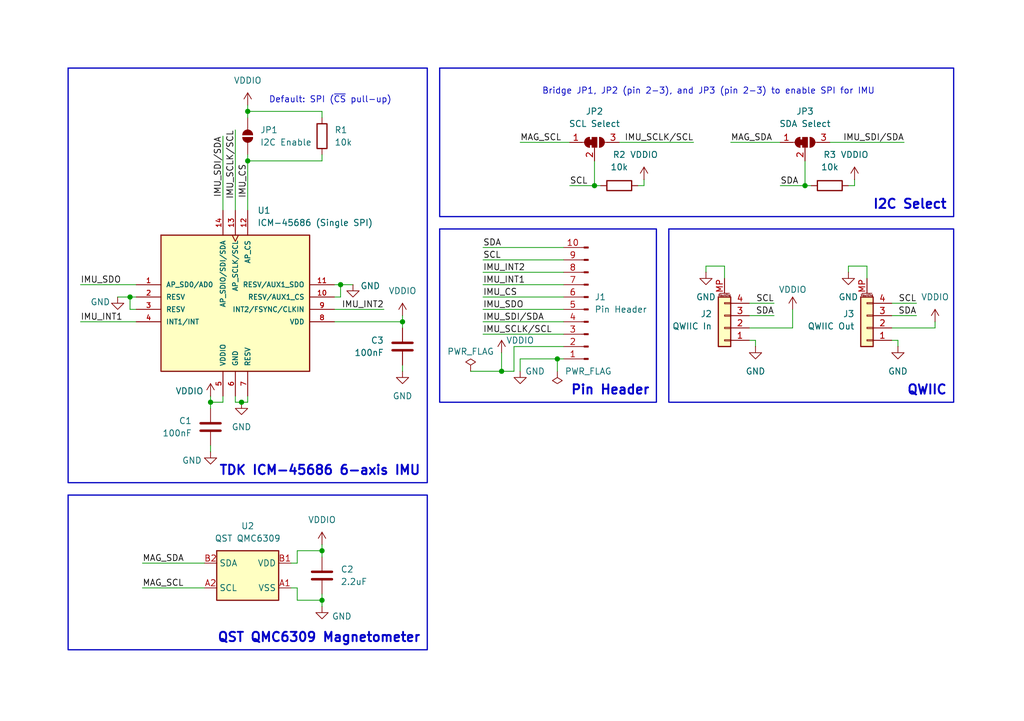
<source format=kicad_sch>
(kicad_sch (version 20250114) (generator "eeschema") (generator_version "9.0")
  (paper "A5")
  (title_block (title "Breakout Board for ICM-45686 IMU and QMC6309 Mag") (date "2025-09-06") (rev "v1.0") (company "Designed by Adrien Lesage") (comment 1 "© CC BY-SA 4.0"))
  (lib_symbols
    (symbol "Connector:Conn_01x10_Pin" (pin_names (offset 1.016) (hide yes))
      (property "Reference" "J" (at 0 12.7 0))
      (property "Value" "Conn_01x10_Pin" (at 0 -15.24 0))
      (symbol "Conn_01x10_Pin_1_1"
        (rectangle (start 0.8636 10.287) (end 0 10.033) (stroke (width 0.1524)) (fill (type outline)))
        (rectangle (start 0.8636 7.747) (end 0 7.493) (stroke (width 0.1524)) (fill (type outline)))
        (rectangle (start 0.8636 5.207) (end 0 4.953) (stroke (width 0.1524)) (fill (type outline)))
        (rectangle (start 0.8636 2.667) (end 0 2.413) (stroke (width 0.1524)) (fill (type outline)))
        (rectangle (start 0.8636 0.127) (end 0 -0.127) (stroke (width 0.1524)) (fill (type outline)))
        (rectangle (start 0.8636 -2.413) (end 0 -2.667) (stroke (width 0.1524)) (fill (type outline)))
        (rectangle (start 0.8636 -4.953) (end 0 -5.207) (stroke (width 0.1524)) (fill (type outline)))
        (rectangle (start 0.8636 -7.493) (end 0 -7.747) (stroke (width 0.1524)) (fill (type outline)))
        (rectangle (start 0.8636 -10.033) (end 0 -10.287) (stroke (width 0.1524)) (fill (type outline)))
        (rectangle (start 0.8636 -12.573) (end 0 -12.827) (stroke (width 0.1524)) (fill (type outline)))
        (polyline (pts (xy 1.27 10.16) (xy 0.8636 10.16)) (stroke (width 0.1524)))
        (polyline (pts (xy 1.27 7.62) (xy 0.8636 7.62)) (stroke (width 0.1524)))
        (polyline (pts (xy 1.27 5.08) (xy 0.8636 5.08)) (stroke (width 0.1524)))
        (polyline (pts (xy 1.27 2.54) (xy 0.8636 2.54)) (stroke (width 0.1524)))
        (polyline (pts (xy 1.27 0) (xy 0.8636 0)) (stroke (width 0.1524)))
        (polyline (pts (xy 1.27 -2.54) (xy 0.8636 -2.54)) (stroke (width 0.1524)))
        (polyline (pts (xy 1.27 -5.08) (xy 0.8636 -5.08)) (stroke (width 0.1524)))
        (polyline (pts (xy 1.27 -7.62) (xy 0.8636 -7.62)) (stroke (width 0.1524)))
        (polyline (pts (xy 1.27 -10.16) (xy 0.8636 -10.16)) (stroke (width 0.1524)))
        (polyline (pts (xy 1.27 -12.7) (xy 0.8636 -12.7)) (stroke (width 0.1524)))
        (pin passive line (at 5.08 10.16 180) (length 3.81) (name "Pin_1") (number "1"))
        (pin passive line (at 5.08 7.62 180) (length 3.81) (name "Pin_2") (number "2"))
        (pin passive line (at 5.08 5.08 180) (length 3.81) (name "Pin_3") (number "3"))
        (pin passive line (at 5.08 2.54 180) (length 3.81) (name "Pin_4") (number "4"))
        (pin passive line (at 5.08 0 180) (length 3.81) (name "Pin_5") (number "5"))
        (pin passive line (at 5.08 -2.54 180) (length 3.81) (name "Pin_6") (number "6"))
        (pin passive line (at 5.08 -5.08 180) (length 3.81) (name "Pin_7") (number "7"))
        (pin passive line (at 5.08 -7.62 180) (length 3.81) (name "Pin_8") (number "8"))
        (pin passive line (at 5.08 -10.16 180) (length 3.81) (name "Pin_9") (number "9"))
        (pin passive line (at 5.08 -12.7 180) (length 3.81) (name "Pin_10") (number "10"))
      )
    )
    (symbol "Connector_Generic_MountingPin:Conn_01x04_MountingPin" (pin_names (offset 1.016) (hide yes))
      (property "Reference" "J" (at 0 5.08 0))
      (property "Value" "Conn_01x04_MountingPin" (at 1.27 -7.62 0))
      (symbol "Conn_01x04_MountingPin_1_1"
        (rectangle (start -1.27 3.81) (end 1.27 -6.35) (stroke (width 0.254)) (fill (type background)))
        (rectangle (start -1.27 2.667) (end 0 2.413) (stroke (width 0.1524)))
        (rectangle (start -1.27 0.127) (end 0 -0.127) (stroke (width 0.1524)))
        (rectangle (start -1.27 -2.413) (end 0 -2.667) (stroke (width 0.1524)))
        (rectangle (start -1.27 -4.953) (end 0 -5.207) (stroke (width 0.1524)))
        (polyline (pts (xy -1.016 -7.112) (xy 1.016 -7.112)) (stroke (width 0.1524)))
        (text "Mounting" (at 0 -6.731 0) (effects (font (size 0.381 0.381))))
        (pin passive line (at -5.08 2.54 0) (length 3.81) (name "Pin_1") (number "1"))
        (pin passive line (at -5.08 0 0) (length 3.81) (name "Pin_2") (number "2"))
        (pin passive line (at -5.08 -2.54 0) (length 3.81) (name "Pin_3") (number "3"))
        (pin passive line (at -5.08 -5.08 0) (length 3.81) (name "Pin_4") (number "4"))
        (pin passive line (at 0 -10.16 90) (length 3.048) (name "MountPin") (number "MP"))
      )
    )
    (symbol "Device:C" (pin_numbers (hide yes)) (pin_names (offset 0.254))
      (property "Reference" "C" (at 0.635 2.54 0))
      (property "Value" "C" (at 0.635 -2.54 0))
      (symbol "C_0_1"
        (polyline (pts (xy -2.032 0.762) (xy 2.032 0.762)) (stroke (width 0.508)))
        (polyline (pts (xy -2.032 -0.762) (xy 2.032 -0.762)) (stroke (width 0.508)))
      )
      (symbol "C_1_1"
        (pin passive line (at 0 3.81 270) (length 2.794) (name "~") (number "1"))
        (pin passive line (at 0 -3.81 90) (length 2.794) (name "~") (number "2"))
      )
    )
    (symbol "Device:R" (pin_numbers (hide yes)) (pin_names (offset 0))
      (property "Reference" "R" (at 2.032 0 90))
      (property "Value" "R" (at 0 0 90))
      (symbol "R_0_1"
        (rectangle (start -1.016 -2.54) (end 1.016 2.54) (stroke (width 0.254)))
      )
      (symbol "R_1_1"
        (pin passive line (at 0 3.81 270) (length 1.27) (name "~") (number "1"))
        (pin passive line (at 0 -3.81 90) (length 1.27) (name "~") (number "2"))
      )
    )
    (symbol "Jumper:SolderJumper_2_Open" (pin_numbers (hide yes)) (pin_names (offset 0) (hide yes)) (in_bom no)
      (property "Reference" "JP" (at 0 2.032 0))
      (property "Value" "SolderJumper_2_Open" (at 0 -2.54 0))
      (symbol "SolderJumper_2_Open_0_1"
        (polyline (pts (xy -0.254 1.016) (xy -0.254 -1.016)))
        (arc (start -0.254 -1.016) (mid -1.2656 0) (end -0.254 1.016))
        (arc (start -0.254 -1.016) (mid -1.2656 0) (end -0.254 1.016) (fill (type outline)))
        (arc (start 0.254 1.016) (mid 1.2656 0) (end 0.254 -1.016))
        (arc (start 0.254 1.016) (mid 1.2656 0) (end 0.254 -1.016) (fill (type outline)))
        (polyline (pts (xy 0.254 1.016) (xy 0.254 -1.016)))
      )
      (symbol "SolderJumper_2_Open_1_1"
        (pin passive line (at -3.81 0 0) (length 2.54) (name "A") (number "1"))
        (pin passive line (at 3.81 0 180) (length 2.54) (name "B") (number "2"))
      )
    )
    (symbol "Jumper:SolderJumper_3_Bridged12" (pin_names (offset 0) (hide yes)) (in_bom no)
      (property "Reference" "JP" (at -2.54 -2.54 0))
      (property "Value" "SolderJumper_3_Bridged12" (at 0 2.794 0))
      (symbol "SolderJumper_3_Bridged12_0_1"
        (polyline (pts (xy -2.54 0) (xy -2.032 0)))
        (polyline (pts (xy -1.016 1.016) (xy -1.016 -1.016)))
        (rectangle (start -1.016 0.508) (end -0.508 -0.508) (fill (type outline)))
        (arc (start -1.016 -1.016) (mid -2.0276 0) (end -1.016 1.016))
        (arc (start -1.016 -1.016) (mid -2.0276 0) (end -1.016 1.016) (fill (type outline)))
        (rectangle (start -0.508 1.016) (end 0.508 -1.016) (fill (type outline)))
        (polyline (pts (xy 0 -1.27) (xy 0 -1.016)))
        (arc (start 1.016 1.016) (mid 2.0276 0) (end 1.016 -1.016))
        (arc (start 1.016 1.016) (mid 2.0276 0) (end 1.016 -1.016) (fill (type outline)))
        (polyline (pts (xy 1.016 1.016) (xy 1.016 -1.016)))
        (polyline (pts (xy 2.54 0) (xy 2.032 0)))
      )
      (symbol "SolderJumper_3_Bridged12_1_1"
        (pin passive line (at -5.08 0 0) (length 2.54) (name "A") (number "1"))
        (pin passive line (at 0 -3.81 90) (length 2.54) (name "C") (number "2"))
        (pin passive line (at 5.08 0 180) (length 2.54) (name "B") (number "3"))
      )
    )
    (symbol "TuftTrack:ICM-45686_(Single_SPI)" (pin_names (offset 1.016))
      (property "Reference" "U" (at -14.986 14.732 0))
      (property "Value" "ICM-45686 (Single SPI)" (at 4.064 -15.24 0))
      (symbol "ICM-45686_(Single_SPI)_0_0"
        (rectangle (start -15.24 13.97) (end 15.24 -13.97) (stroke (width 0.254)) (fill (type background)))
        (pin output line (at -20.32 -3.81 0) (length 5.08) (name "INT1/INT") (number "4"))
        (pin power_in line (at -2.54 -19.05 90) (length 5.08) (name "VDDIO") (number "5"))
        (pin power_in line (at 0 -19.05 90) (length 5.08) (name "GND") (number "6"))
        (pin input line (at 2.54 19.05 270) (length 5.08) (name "AP_CS") (number "12"))
        (pin passive line (at 2.54 -19.05 90) (length 5.08) (name "RESV") (number "7"))
        (pin bidirectional line (at 20.32 -1.27 180) (length 5.08) (name "INT2/FSYNC/CLKIN") (number "9"))
        (pin power_in line (at 20.32 -3.81 180) (length 5.08) (name "VDD") (number "8"))
      )
      (symbol "ICM-45686_(Single_SPI)_1_0"
        (pin bidirectional line (at -20.32 3.81 0) (length 5.08) (name "AP_SD0/AD0") (number "1"))
        (pin passive line (at -20.32 1.27 0) (length 5.08) (name "RESV") (number "2"))
        (pin passive line (at -20.32 -1.27 0) (length 5.08) (name "RESV") (number "3"))
        (pin bidirectional line (at -2.54 19.05 270) (length 5.08) (name "AP_SDIO/SDI/SDA") (number "14"))
        (pin input clock (at 0 19.05 270) (length 5.08) (name "AP_SCLK/SCL") (number "13"))
        (pin passive line (at 20.32 3.81 180) (length 5.08) (name "RESV/AUX1_SDO") (number "11"))
        (pin passive line (at 20.32 1.27 180) (length 5.08) (name "RESV/AUX1_CS") (number "10"))
      )
    )
    (symbol "TuftTrack:QST QMC6309"
      (property "Reference" "U" (at 0 8.382 0))
      (property "Value" "QST QMC6309" (at 0 6.35 0))
      (symbol "QST QMC6309_0_1"
        (rectangle (start -6.35 5.08) (end 6.35 -5.08) (stroke (width 0.254)) (fill (type background)))
      )
      (symbol "QST QMC6309_1_1"
        (pin bidirectional line (at -8.89 2.54 0) (length 2.54) (name "SDA") (number "B2"))
        (pin bidirectional line (at -8.89 -2.54 0) (length 2.54) (name "SCL") (number "A2"))
        (pin power_in line (at 8.89 2.54 180) (length 2.54) (name "VDD") (number "B1"))
        (pin power_in line (at 8.89 -2.54 180) (length 2.54) (name "VSS") (number "A1"))
      )
    )
    (symbol "TuftTrack:VDDIO" (power) (pin_numbers (hide yes)) (pin_names (offset 0) (hide yes))
      (property "Value" "VDDIO" (at 0 3.556 0))
      (symbol "VDDIO_0_1"
        (polyline (pts (xy -0.762 1.27) (xy 0 2.54)))
        (polyline (pts (xy 0 2.54) (xy 0.762 1.27)))
        (polyline (pts (xy 0 0) (xy 0 2.54)))
      )
      (symbol "VDDIO_1_1"
        (pin power_in line (at 0 0 90) (length 0) (name "~") (number "1"))
      )
    )
    (symbol "power:GND" (power) (pin_numbers (hide yes)) (pin_names (offset 0) (hide yes))
      (property "Value" "GND" (at 0 -3.81 0))
      (symbol "GND_0_1"
        (polyline (pts (xy 0 0) (xy 0 -1.27) (xy 1.27 -1.27) (xy 0 -2.54) (xy -1.27 -1.27) (xy 0 -1.27)))
      )
      (symbol "GND_1_1"
        (pin power_in line (at 0 0 270) (length 0) (name "~") (number "1"))
      )
    )
    (symbol "power:PWR_FLAG" (power) (pin_numbers (hide yes)) (pin_names (offset 0) (hide yes))
      (property "Value" "PWR_FLAG" (at 0 3.81 0))
      (symbol "PWR_FLAG_0_0"
        (pin power_out line (at 0 0 90) (length 0) (name "~") (number "1"))
      )
      (symbol "PWR_FLAG_0_1"
        (polyline (pts (xy 0 0) (xy 0 1.27) (xy -1.016 1.905) (xy 0 2.54) (xy 1.016 1.905) (xy 0 1.27)))
      )
    )
  )
  (rectangle (start 13.97 101.6) (end 87.63 133.35) (stroke (width 0.254)))
  (rectangle (start 137.16 46.99) (end 195.58 82.55) (stroke (width 0.254)))
  (rectangle (start 90.17 46.99) (end 134.62 82.55) (stroke (width 0.254)))
  (rectangle (start 90.17 13.97) (end 195.58 44.45) (stroke (width 0.254)))
  (rectangle (start 13.97 13.97) (end 87.63 99.06) (stroke (width 0.254)))
  (text "QWIIC" (at 194.31 81.28 0) (effects (font (size 1.905 1.905) (thickness 0.381) (bold yes)) (justify right bottom)))
  (text "Pin Header" (at 133.35 81.28 0) (effects (font (size 1.905 1.905) (thickness 0.381) (bold yes)) (justify right bottom)))
  (text "Bridge JP1, JP2 (pin 2-3), and JP3 (pin 2-3) to enable SPI for IMU" (at 145.288 18.796 0) (effects (font (size 1.27 1.27))))
  (text "Default: SPI (~{CS} pull-up)" (at 55.118 20.574 0) (effects (font (size 1.27 1.27)) (justify left)))
  (text "QST QMC6309 Magnetometer" (at 86.36 132.08 0) (effects (font (size 1.905 1.905) (thickness 0.381) (bold yes)) (justify right bottom)))
  (text "I2C Select" (at 194.31 43.18 0) (effects (font (size 1.905 1.905) (thickness 0.381) (bold yes)) (justify right bottom)))
  (text "TDK ICM-45686 6-axis IMU" (at 86.36 97.79 0) (effects (font (size 1.905 1.905) (thickness 0.381) (bold yes)) (justify right bottom)))
  (junction (at 121.92 38.1))
  (junction (at 165.1 38.1))
  (junction (at 69.85 58.42))
  (junction (at 102.87 76.2))
  (junction (at 50.8 22.86))
  (junction (at 26.67 60.96))
  (junction (at 49.53 82.55))
  (junction (at 66.04 123.19))
  (junction (at 50.8 33.02))
  (junction (at 43.18 82.55))
  (junction (at 114.3 73.66))
  (junction (at 82.55 66.04))
  (junction (at 66.04 113.03))
  (wire (pts (xy 144.78 54.61) (xy 144.78 55.88)))
  (wire (pts (xy 106.68 29.21) (xy 116.84 29.21)))
  (wire (pts (xy 185.42 29.21) (xy 170.18 29.21)))
  (wire (pts (xy 106.68 73.66) (xy 106.68 76.2)))
  (wire (pts (xy 154.94 69.85) (xy 153.67 69.85)))
  (wire (pts (xy 184.15 69.85) (xy 182.88 69.85)))
  (wire (pts (xy 99.06 55.88) (xy 115.57 55.88)))
  (wire (pts (xy 182.88 67.31) (xy 191.77 67.31)))
  (wire (pts (xy 175.26 36.83) (xy 175.26 38.1)))
  (wire (pts (xy 132.08 36.83) (xy 132.08 38.1)))
  (wire (pts (xy 121.92 33.02) (xy 121.92 38.1)))
  (wire (pts (xy 116.84 38.1) (xy 121.92 38.1)))
  (wire (pts (xy 173.99 54.61) (xy 173.99 55.88)))
  (wire (pts (xy 16.51 58.42) (xy 27.94 58.42)))
  (wire (pts (xy 160.02 38.1) (xy 165.1 38.1)))
  (wire (pts (xy 102.87 76.2) (xy 105.41 76.2)))
  (wire (pts (xy 82.55 64.77) (xy 82.55 66.04)))
  (wire (pts (xy 66.04 123.19) (xy 66.04 121.92)))
  (wire (pts (xy 59.69 120.65) (xy 60.96 120.65)))
  (wire (pts (xy 43.18 83.82) (xy 43.18 82.55)))
  (wire (pts (xy 99.06 58.42) (xy 115.57 58.42)))
  (wire (pts (xy 26.67 63.5) (xy 27.94 63.5)))
  (wire (pts (xy 105.41 71.12) (xy 115.57 71.12)))
  (wire (pts (xy 187.96 62.23) (xy 182.88 62.23)))
  (wire (pts (xy 149.86 29.21) (xy 160.02 29.21)))
  (wire (pts (xy 43.18 82.55) (xy 45.72 82.55)))
  (wire (pts (xy 60.96 123.19) (xy 66.04 123.19)))
  (wire (pts (xy 82.55 66.04) (xy 68.58 66.04)))
  (wire (pts (xy 48.26 81.28) (xy 48.26 82.55)))
  (wire (pts (xy 166.37 38.1) (xy 165.1 38.1)))
  (wire (pts (xy 175.26 38.1) (xy 173.99 38.1)))
  (wire (pts (xy 165.1 33.02) (xy 165.1 38.1)))
  (wire (pts (xy 99.06 53.34) (xy 115.57 53.34)))
  (wire (pts (xy 66.04 123.19) (xy 66.04 124.46)))
  (wire (pts (xy 69.85 58.42) (xy 68.58 58.42)))
  (wire (pts (xy 50.8 82.55) (xy 50.8 81.28)))
  (wire (pts (xy 49.53 82.55) (xy 50.8 82.55)))
  (wire (pts (xy 82.55 66.04) (xy 82.55 67.31)))
  (wire (pts (xy 154.94 69.85) (xy 154.94 71.12)))
  (wire (pts (xy 60.96 115.57) (xy 59.69 115.57)))
  (wire (pts (xy 123.19 38.1) (xy 121.92 38.1)))
  (wire (pts (xy 102.87 72.39) (xy 102.87 76.2)))
  (wire (pts (xy 99.06 66.04) (xy 115.57 66.04)))
  (wire (pts (xy 60.96 113.03) (xy 66.04 113.03)))
  (wire (pts (xy 142.24 29.21) (xy 127 29.21)))
  (wire (pts (xy 148.59 54.61) (xy 144.78 54.61)))
  (wire (pts (xy 27.94 60.96) (xy 26.67 60.96)))
  (wire (pts (xy 99.06 68.58) (xy 115.57 68.58)))
  (wire (pts (xy 132.08 38.1) (xy 130.81 38.1)))
  (wire (pts (xy 50.8 33.02) (xy 50.8 43.18)))
  (wire (pts (xy 29.21 120.65) (xy 41.91 120.65)))
  (wire (pts (xy 45.72 27.94) (xy 45.72 43.18)))
  (wire (pts (xy 48.26 26.67) (xy 48.26 43.18)))
  (wire (pts (xy 60.96 113.03) (xy 60.96 115.57)))
  (wire (pts (xy 96.52 76.2) (xy 102.87 76.2)))
  (wire (pts (xy 69.85 60.96) (xy 69.85 58.42)))
  (wire (pts (xy 24.13 60.96) (xy 26.67 60.96)))
  (wire (pts (xy 148.59 54.61) (xy 148.59 57.15)))
  (wire (pts (xy 187.96 64.77) (xy 182.88 64.77)))
  (wire (pts (xy 153.67 67.31) (xy 162.56 67.31)))
  (wire (pts (xy 45.72 82.55) (xy 45.72 81.28)))
  (wire (pts (xy 66.04 24.13) (xy 66.04 22.86)))
  (wire (pts (xy 66.04 111.76) (xy 66.04 113.03)))
  (wire (pts (xy 114.3 73.66) (xy 106.68 73.66)))
  (wire (pts (xy 191.77 67.31) (xy 191.77 66.04)))
  (wire (pts (xy 99.06 50.8) (xy 115.57 50.8)))
  (wire (pts (xy 43.18 91.44) (xy 43.18 92.71)))
  (wire (pts (xy 69.85 58.42) (xy 72.39 58.42)))
  (wire (pts (xy 158.75 64.77) (xy 153.67 64.77)))
  (wire (pts (xy 68.58 60.96) (xy 69.85 60.96)))
  (wire (pts (xy 66.04 33.02) (xy 66.04 31.75)))
  (wire (pts (xy 50.8 33.02) (xy 66.04 33.02)))
  (wire (pts (xy 82.55 74.93) (xy 82.55 76.2)))
  (wire (pts (xy 50.8 21.59) (xy 50.8 22.86)))
  (wire (pts (xy 66.04 22.86) (xy 50.8 22.86)))
  (wire (pts (xy 29.21 115.57) (xy 41.91 115.57)))
  (wire (pts (xy 60.96 120.65) (xy 60.96 123.19)))
  (wire (pts (xy 50.8 31.75) (xy 50.8 33.02)))
  (wire (pts (xy 99.06 63.5) (xy 115.57 63.5)))
  (wire (pts (xy 158.75 62.23) (xy 153.67 62.23)))
  (wire (pts (xy 78.74 63.5) (xy 68.58 63.5)))
  (wire (pts (xy 162.56 63.5) (xy 162.56 67.31)))
  (wire (pts (xy 43.18 81.28) (xy 43.18 82.55)))
  (wire (pts (xy 115.57 73.66) (xy 114.3 73.66)))
  (wire (pts (xy 48.26 82.55) (xy 49.53 82.55)))
  (wire (pts (xy 177.8 54.61) (xy 177.8 57.15)))
  (wire (pts (xy 26.67 60.96) (xy 26.67 63.5)))
  (wire (pts (xy 16.51 66.04) (xy 27.94 66.04)))
  (wire (pts (xy 184.15 69.85) (xy 184.15 71.12)))
  (wire (pts (xy 50.8 22.86) (xy 50.8 24.13)))
  (wire (pts (xy 99.06 60.96) (xy 115.57 60.96)))
  (wire (pts (xy 114.3 76.2) (xy 114.3 73.66)))
  (wire (pts (xy 66.04 113.03) (xy 66.04 114.3)))
  (wire (pts (xy 173.99 54.61) (xy 177.8 54.61)))
  (wire (pts (xy 105.41 76.2) (xy 105.41 71.12)))
  (label "SCL" (at 187.96 62.23 180))
  (label "IMU_CS" (at 99.06 60.96 0))
  (label "IMU_SCLK{slash}SCL" (at 48.26 26.67 270))
  (label "IMU_SDO" (at 99.06 63.5 0))
  (label "SCL" (at 99.06 53.34 0))
  (label "IMU_INT2" (at 78.74 63.5 180))
  (label "IMU_INT2" (at 99.06 55.88 0))
  (label "IMU_SDO" (at 16.51 58.42 0))
  (label "IMU_SDI{slash}SDA" (at 185.42 29.21 180))
  (label "IMU_SCLK{slash}SCL" (at 99.06 68.58 0))
  (label "IMU_INT1" (at 99.06 58.42 0))
  (label "MAG_SDA" (at 149.86 29.21 0))
  (label "IMU_CS" (at 50.8 40.64 90))
  (label "MAG_SCL" (at 106.68 29.21 0))
  (label "IMU_SDI{slash}SDA" (at 99.06 66.04 0))
  (label "MAG_SCL" (at 29.21 120.65 0))
  (label "SCL" (at 116.84 38.1 0))
  (label "SCL" (at 158.75 62.23 180))
  (label "SDA" (at 187.96 64.77 180))
  (label "IMU_SDI{slash}SDA" (at 45.72 27.94 270))
  (label "SDA" (at 158.75 64.77 180))
  (label "IMU_INT1" (at 16.51 66.04 0))
  (label "MAG_SDA" (at 29.21 115.57 0))
  (label "IMU_SCLK{slash}SCL" (at 142.24 29.21 180))
  (label "SDA" (at 99.06 50.8 0))
  (label "SDA" (at 160.02 38.1 0))
  (symbol (lib_id "power:GND") (at 154.94 71.12 0) (unit 1)
    (property "Reference" "#PWR015" (effects (hide yes)))
    (property "Value" "GND" (at 154.94 76.2 0))
    (property "Description" "Power symbol creates a global label with name \"GND\" , ground" (effects (hide yes)))
  )
  (symbol (lib_id "power:GND") (at 144.78 55.88 0) (unit 1)
    (property "Reference" "#PWR014" (effects (hide yes)))
    (property "Value" "GND" (at 144.78 60.96 0))
    (property "Description" "Power symbol creates a global label with name \"GND\" , ground" (effects (hide yes)))
  )
  (symbol (lib_id "TuftTrack:VDDIO") (at 175.26 36.83 0) (unit 1)
    (property "Reference" "#PWR018" (effects (hide yes)))
    (property "Value" "VDDIO" (at 175.26 31.75 0))
    (property "Description" "Power symbol creates a global label with name \"VDDIO\"" (effects (hide yes)))
  )
  (symbol (lib_id "power:GND") (at 106.68 76.2 0) (unit 1)
    (property "Reference" "#PWR012" (effects (hide yes)))
    (property "Value" "GND" (at 109.728 76.2 0))
    (property "Description" "Power symbol creates a global label with name \"GND\" , ground" (effects (hide yes)))
  )
  (symbol (lib_id "TuftTrack:VDDIO") (at 82.55 64.77 0) (unit 1)
    (property "Reference" "#PWR09" (effects (hide yes)))
    (property "Value" "VDDIO" (at 82.55 59.69 0))
    (property "Description" "Power symbol creates a global label with name \"VDDIO\"" (effects (hide yes)))
  )
  (symbol (lib_id "Device:R") (at 127 38.1 270) (unit 1)
    (property "Reference" "R2" (at 127 31.75 90))
    (property "Value" "10k" (at 127 34.29 90))
    (property "Footprint" "Resistor_SMD:R_0603_1608Metric_Pad0.98x0.95mm_HandSolder" (effects (hide yes)))
    (property "Description" "Resistor" (effects (hide yes)))
  )
  (symbol (lib_id "Device:C") (at 43.18 87.63 0) (mirror y) (unit 1)
    (property "Reference" "C1" (at 39.37 86.3599 0) (effects (justify left)))
    (property "Value" "100nF" (at 39.37 88.8999 0) (effects (justify left)))
    (property "Footprint" "Capacitor_SMD:C_0603_1608Metric_Pad1.08x0.95mm_HandSolder" (effects (hide yes)))
    (property "Description" "Unpolarized capacitor" (effects (hide yes)))
  )
  (symbol (lib_id "Device:R") (at 170.18 38.1 270) (unit 1)
    (property "Reference" "R3" (at 170.18 31.75 90))
    (property "Value" "10k" (at 170.18 34.29 90))
    (property "Footprint" "Resistor_SMD:R_0603_1608Metric_Pad0.98x0.95mm_HandSolder" (effects (hide yes)))
    (property "Description" "Resistor" (effects (hide yes)))
  )
  (symbol (lib_id "TuftTrack:ICM-45686_(Single_SPI)") (at 48.26 62.23 0) (unit 1)
    (property "Reference" "U1" (at 52.7686 43.18 0) (effects (justify left)))
    (property "Value" "ICM-45686 (Single SPI)" (at 52.7686 45.72 0) (effects (justify left)))
    (property "Footprint" "TuftTrack:IC_ICM-45686" (effects (hide yes)))
    (property "PARTREV" "0.2" (effects (hide yes)))
    (property "STANDARD" "Manufacturer Recommendations" (effects (hide yes)))
    (property "MAXIMUM_PACKAGE_HEIGHT" "0.86mm" (effects (hide yes)))
    (property "MANUFACTURER" "TDK InvenSense" (effects (hide yes)))
  )
  (symbol (lib_id "Device:C") (at 82.55 71.12 0) (mirror y) (unit 1)
    (property "Reference" "C3" (at 78.74 69.8499 0) (effects (justify left)))
    (property "Value" "100nF" (at 78.74 72.3899 0) (effects (justify left)))
    (property "Footprint" "Capacitor_SMD:C_0603_1608Metric_Pad1.08x0.95mm_HandSolder" (effects (hide yes)))
    (property "Description" "Unpolarized capacitor" (effects (hide yes)))
  )
  (symbol (lib_id "Device:C") (at 66.04 118.11 0) (unit 1)
    (property "Reference" "C2" (at 69.85 116.8399 0) (effects (justify left)))
    (property "Value" "2.2uF" (at 69.85 119.3799 0) (effects (justify left)))
    (property "Footprint" "Capacitor_SMD:C_0603_1608Metric_Pad1.08x0.95mm_HandSolder" (effects (hide yes)))
    (property "Description" "Unpolarized capacitor" (effects (hide yes)))
  )
  (symbol (lib_id "Device:R") (at 66.04 27.94 0) (unit 1)
    (property "Reference" "R1" (at 68.58 26.6699 0) (effects (justify left)))
    (property "Value" "10k" (at 68.58 29.2099 0) (effects (justify left)))
    (property "Footprint" "Resistor_SMD:R_0603_1608Metric_Pad0.98x0.95mm_HandSolder" (effects (hide yes)))
    (property "Description" "Resistor" (effects (hide yes)))
  )
  (symbol (lib_id "Connector_Generic_MountingPin:Conn_01x04_MountingPin") (at 148.59 67.31 180) (unit 1)
    (property "Reference" "J2" (at 146.05 64.4143 0) (effects (justify left)))
    (property "Value" "QWIIC In" (at 146.05 66.9543 0) (effects (justify left)))
    (property "Footprint" "Connector_JST:JST_SH_SM04B-SRSS-TB_1x04-1MP_P1.00mm_Horizontal" (effects (hide yes)))
    (property "Description" "Generic connectable mounting pin connector, single row, 01x04, script generated (kicad-library-utils/schlib/autogen/connector/)" (effects (hide yes)))
  )
  (symbol (lib_id "power:GND") (at 82.55 76.2 0) (unit 1)
    (property "Reference" "#PWR010" (effects (hide yes)))
    (property "Value" "GND" (at 82.55 81.28 0))
    (property "Description" "Power symbol creates a global label with name \"GND\" , ground" (effects (hide yes)))
  )
  (symbol (lib_id "Jumper:SolderJumper_3_Bridged12") (at 165.1 29.21 0) (unit 1) (in_bom no)
    (property "Reference" "JP3" (at 165.1 22.86 0))
    (property "Value" "SDA Select" (at 165.1 25.4 0))
    (property "Footprint" "Jumper:SolderJumper-3_P1.3mm_Bridged12_RoundedPad1.0x1.5mm_NumberLabels" (effects (hide yes)))
    (property "Description" "3-pole Solder Jumper, pins 1+2 closed/bridged" (effects (hide yes)))
  )
  (symbol (lib_id "power:GND") (at 72.39 58.42 0) (mirror y) (unit 1)
    (property "Reference" "#PWR08" (effects (hide yes)))
    (property "Value" "GND" (at 75.946 58.674 0))
    (property "Description" "Power symbol creates a global label with name \"GND\" , ground" (effects (hide yes)))
  )
  (symbol (lib_id "Connector:Conn_01x10_Pin") (at 120.65 63.5 180) (unit 1)
    (property "Reference" "J1" (at 121.92 60.9599 0) (effects (justify right)))
    (property "Value" "Pin Header" (at 121.92 63.4999 0) (effects (justify right)))
    (property "Footprint" "Connector_PinHeader_2.54mm:PinHeader_1x10_P2.54mm_Vertical" (effects (hide yes)))
    (property "Description" "Generic connector, single row, 01x10, script generated" (effects (hide yes)))
  )
  (symbol (lib_id "TuftTrack:VDDIO") (at 191.77 66.04 0) (unit 1)
    (property "Reference" "#PWR020" (effects (hide yes)))
    (property "Value" "VDDIO" (at 191.77 60.96 0))
    (property "Description" "Power symbol creates a global label with name \"VDDIO\"" (effects (hide yes)))
  )
  (symbol (lib_id "power:GND") (at 184.15 71.12 0) (unit 1)
    (property "Reference" "#PWR019" (effects (hide yes)))
    (property "Value" "GND" (at 184.15 76.2 0))
    (property "Description" "Power symbol creates a global label with name \"GND\" , ground" (effects (hide yes)))
  )
  (symbol (lib_id "TuftTrack:VDDIO") (at 102.87 72.39 0) (unit 1)
    (property "Reference" "#PWR011" (effects (hide yes)))
    (property "Value" "VDDIO" (at 106.68 69.85 0))
    (property "Description" "Power symbol creates a global label with name \"VDDIO\"" (effects (hide yes)))
  )
  (symbol (lib_id "TuftTrack:VDDIO") (at 50.8 21.59 0) (unit 1)
    (property "Reference" "#PWR05" (effects (hide yes)))
    (property "Value" "VDDIO" (at 50.8 16.51 0))
    (property "Description" "Power symbol creates a global label with name \"VDDIO\"" (effects (hide yes)))
  )
  (symbol (lib_id "Jumper:SolderJumper_3_Bridged12") (at 121.92 29.21 0) (unit 1) (in_bom no)
    (property "Reference" "JP2" (at 121.92 22.86 0))
    (property "Value" "SCL Select" (at 121.92 25.4 0))
    (property "Footprint" "Jumper:SolderJumper-3_P1.3mm_Bridged12_RoundedPad1.0x1.5mm_NumberLabels" (effects (hide yes)))
    (property "Description" "3-pole Solder Jumper, pins 1+2 closed/bridged" (effects (hide yes)))
  )
  (symbol (lib_id "power:GND") (at 24.13 60.96 0) (unit 1)
    (property "Reference" "#PWR01" (effects (hide yes)))
    (property "Value" "GND" (at 20.574 61.976 0))
    (property "Description" "Power symbol creates a global label with name \"GND\" , ground" (effects (hide yes)))
  )
  (symbol (lib_id "power:PWR_FLAG") (at 96.52 76.2 0) (unit 1)
    (property "Reference" "#FLG01" (effects (hide yes)))
    (property "Value" "PWR_FLAG" (at 96.52 72.136 0))
    (property "Description" "Special symbol for telling ERC where power comes from" (effects (hide yes)))
  )
  (symbol (lib_id "power:GND") (at 173.99 55.88 0) (unit 1)
    (property "Reference" "#PWR017" (effects (hide yes)))
    (property "Value" "GND" (at 173.99 60.96 0))
    (property "Description" "Power symbol creates a global label with name \"GND\" , ground" (effects (hide yes)))
  )
  (symbol (lib_id "TuftTrack:VDDIO") (at 43.18 81.28 0) (unit 1)
    (property "Reference" "#PWR02" (effects (hide yes)))
    (property "Value" "VDDIO" (at 38.862 80.264 0))
    (property "Description" "Power symbol creates a global label with name \"VDDIO\"" (effects (hide yes)))
  )
  (symbol (lib_id "TuftTrack:VDDIO") (at 162.56 63.5 0) (unit 1)
    (property "Reference" "#PWR016" (effects (hide yes)))
    (property "Value" "VDDIO" (at 162.56 59.436 0))
    (property "Description" "Power symbol creates a global label with name \"VDDIO\"" (effects (hide yes)))
  )
  (symbol (lib_id "Jumper:SolderJumper_2_Open") (at 50.8 27.94 270) (mirror x) (unit 1) (in_bom no)
    (property "Reference" "JP1" (at 53.34 26.6699 90) (effects (justify left)))
    (property "Value" "I2C Enable" (at 53.34 29.2099 90) (effects (justify left)))
    (property "Footprint" "Jumper:SolderJumper-2_P1.3mm_Open_RoundedPad1.0x1.5mm" (effects (hide yes)))
    (property "Description" "Solder Jumper, 2-pole, open" (effects (hide yes)))
  )
  (symbol (lib_id "TuftTrack:QST QMC6309") (at 50.8 118.11 0) (unit 1)
    (property "Reference" "U2" (at 50.8 107.95 0))
    (property "Value" "QST QMC6309" (at 50.8 110.49 0))
    (property "Footprint" "TuftTrack:X1-WLB0808-4_L0.8-W0.8-P0.40-TL" (effects (hide yes)))
    (property "Datasheet" "https://www.lcsc.com/datasheet/C5439871.pdf" (effects (hide yes)))
    (property "Description" "3-Axis Single Chip Magnetic Sensor" (effects (hide yes)))
  )
  (symbol (lib_id "TuftTrack:VDDIO") (at 66.04 111.76 0) (unit 1)
    (property "Reference" "#PWR06" (effects (hide yes)))
    (property "Value" "VDDIO" (at 66.04 106.68 0))
    (property "Description" "Power symbol creates a global label with name \"VDDIO\"" (effects (hide yes)))
  )
  (symbol (lib_id "power:GND") (at 49.53 82.55 0) (mirror y) (unit 1)
    (property "Reference" "#PWR04" (effects (hide yes)))
    (property "Value" "GND" (at 49.53 87.63 0))
    (property "Description" "Power symbol creates a global label with name \"GND\" , ground" (effects (hide yes)))
  )
  (symbol (lib_id "power:GND") (at 43.18 92.71 0) (unit 1)
    (property "Reference" "#PWR03" (effects (hide yes)))
    (property "Value" "GND" (at 39.37 94.488 0))
    (property "Description" "Power symbol creates a global label with name \"GND\" , ground" (effects (hide yes)))
  )
  (symbol (lib_id "power:PWR_FLAG") (at 114.3 76.2 180) (unit 1)
    (property "Reference" "#FLG02" (effects (hide yes)))
    (property "Value" "PWR_FLAG" (at 120.65 76.2 0))
    (property "Description" "Special symbol for telling ERC where power comes from" (effects (hide yes)))
  )
  (symbol (lib_id "Connector_Generic_MountingPin:Conn_01x04_MountingPin") (at 177.8 67.31 180) (unit 1)
    (property "Reference" "J3" (at 175.26 64.4143 0) (effects (justify left)))
    (property "Value" "QWIIC Out" (at 175.26 66.9543 0) (effects (justify left)))
    (property "Footprint" "Connector_JST:JST_SH_SM04B-SRSS-TB_1x04-1MP_P1.00mm_Horizontal" (effects (hide yes)))
    (property "Description" "Generic connectable mounting pin connector, single row, 01x04, script generated (kicad-library-utils/schlib/autogen/connector/)" (effects (hide yes)))
  )
  (symbol (lib_id "TuftTrack:VDDIO") (at 132.08 36.83 0) (unit 1)
    (property "Reference" "#PWR013" (effects (hide yes)))
    (property "Value" "VDDIO" (at 132.08 31.75 0))
    (property "Description" "Power symbol creates a global label with name \"VDDIO\"" (effects (hide yes)))
  )
  (symbol (lib_id "power:GND") (at 66.04 124.46 0) (unit 1)
    (property "Reference" "#PWR07" (effects (hide yes)))
    (property "Value" "GND" (at 70.104 126.492 0))
    (property "Description" "Power symbol creates a global label with name \"GND\" , ground" (effects (hide yes)))
  )
)
</source>
